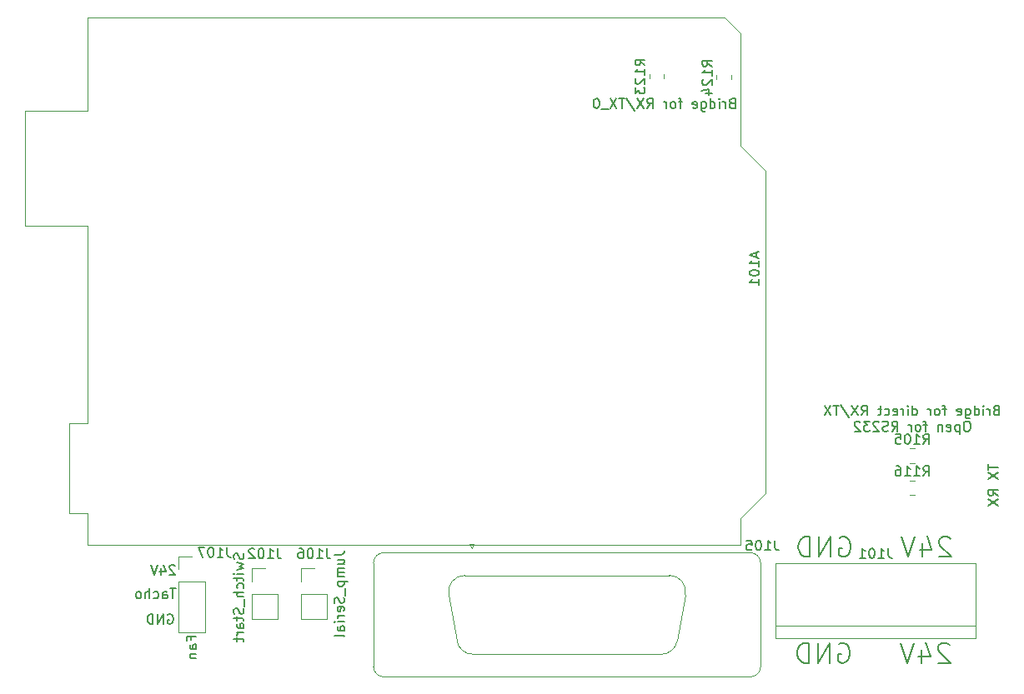
<source format=gbo>
%TF.GenerationSoftware,KiCad,Pcbnew,(5.99.0-11737-gca42f31bb5)*%
%TF.CreationDate,2021-09-24T22:35:00+02:00*%
%TF.ProjectId,Drucksensor,44727563-6b73-4656-9e73-6f722e6b6963,rev?*%
%TF.SameCoordinates,Original*%
%TF.FileFunction,Legend,Bot*%
%TF.FilePolarity,Positive*%
%FSLAX46Y46*%
G04 Gerber Fmt 4.6, Leading zero omitted, Abs format (unit mm)*
G04 Created by KiCad (PCBNEW (5.99.0-11737-gca42f31bb5)) date 2021-09-24 22:35:00*
%MOMM*%
%LPD*%
G01*
G04 APERTURE LIST*
%ADD10C,0.150000*%
%ADD11C,0.120000*%
G04 APERTURE END LIST*
D10*
X72528571Y-80938095D02*
X72528571Y-80604761D01*
X73052380Y-80604761D02*
X72052380Y-80604761D01*
X72052380Y-81080952D01*
X73052380Y-81890476D02*
X72528571Y-81890476D01*
X72433333Y-81842857D01*
X72385714Y-81747619D01*
X72385714Y-81557142D01*
X72433333Y-81461904D01*
X73004761Y-81890476D02*
X73052380Y-81795238D01*
X73052380Y-81557142D01*
X73004761Y-81461904D01*
X72909523Y-81414285D01*
X72814285Y-81414285D01*
X72719047Y-81461904D01*
X72671428Y-81557142D01*
X72671428Y-81795238D01*
X72623809Y-81890476D01*
X72385714Y-82366666D02*
X73052380Y-82366666D01*
X72480952Y-82366666D02*
X72433333Y-82414285D01*
X72385714Y-82509523D01*
X72385714Y-82652380D01*
X72433333Y-82747619D01*
X72528571Y-82795238D01*
X73052380Y-82795238D01*
X70971428Y-75752380D02*
X70400000Y-75752380D01*
X70685714Y-76752380D02*
X70685714Y-75752380D01*
X69638095Y-76752380D02*
X69638095Y-76228571D01*
X69685714Y-76133333D01*
X69780952Y-76085714D01*
X69971428Y-76085714D01*
X70066666Y-76133333D01*
X69638095Y-76704761D02*
X69733333Y-76752380D01*
X69971428Y-76752380D01*
X70066666Y-76704761D01*
X70114285Y-76609523D01*
X70114285Y-76514285D01*
X70066666Y-76419047D01*
X69971428Y-76371428D01*
X69733333Y-76371428D01*
X69638095Y-76323809D01*
X68733333Y-76704761D02*
X68828571Y-76752380D01*
X69019047Y-76752380D01*
X69114285Y-76704761D01*
X69161904Y-76657142D01*
X69209523Y-76561904D01*
X69209523Y-76276190D01*
X69161904Y-76180952D01*
X69114285Y-76133333D01*
X69019047Y-76085714D01*
X68828571Y-76085714D01*
X68733333Y-76133333D01*
X68304761Y-76752380D02*
X68304761Y-75752380D01*
X67876190Y-76752380D02*
X67876190Y-76228571D01*
X67923809Y-76133333D01*
X68019047Y-76085714D01*
X68161904Y-76085714D01*
X68257142Y-76133333D01*
X68304761Y-76180952D01*
X67257142Y-76752380D02*
X67352380Y-76704761D01*
X67400000Y-76657142D01*
X67447619Y-76561904D01*
X67447619Y-76276190D01*
X67400000Y-76180952D01*
X67352380Y-76133333D01*
X67257142Y-76085714D01*
X67114285Y-76085714D01*
X67019047Y-76133333D01*
X66971428Y-76180952D01*
X66923809Y-76276190D01*
X66923809Y-76561904D01*
X66971428Y-76657142D01*
X67019047Y-76704761D01*
X67114285Y-76752380D01*
X67257142Y-76752380D01*
X70890476Y-73447619D02*
X70842857Y-73400000D01*
X70747619Y-73352380D01*
X70509523Y-73352380D01*
X70414285Y-73400000D01*
X70366666Y-73447619D01*
X70319047Y-73542857D01*
X70319047Y-73638095D01*
X70366666Y-73780952D01*
X70938095Y-74352380D01*
X70319047Y-74352380D01*
X69461904Y-73685714D02*
X69461904Y-74352380D01*
X69700000Y-73304761D02*
X69938095Y-74019047D01*
X69319047Y-74019047D01*
X69080952Y-73352380D02*
X68747619Y-74352380D01*
X68414285Y-73352380D01*
X149614285Y-70695238D02*
X149519047Y-70600000D01*
X149328571Y-70504761D01*
X148852380Y-70504761D01*
X148661904Y-70600000D01*
X148566666Y-70695238D01*
X148471428Y-70885714D01*
X148471428Y-71076190D01*
X148566666Y-71361904D01*
X149709523Y-72504761D01*
X148471428Y-72504761D01*
X146757142Y-71171428D02*
X146757142Y-72504761D01*
X147233333Y-70409523D02*
X147709523Y-71838095D01*
X146471428Y-71838095D01*
X145995238Y-70504761D02*
X145328571Y-72504761D01*
X144661904Y-70504761D01*
X138376190Y-70600000D02*
X138566666Y-70504761D01*
X138852380Y-70504761D01*
X139138095Y-70600000D01*
X139328571Y-70790476D01*
X139423809Y-70980952D01*
X139519047Y-71361904D01*
X139519047Y-71647619D01*
X139423809Y-72028571D01*
X139328571Y-72219047D01*
X139138095Y-72409523D01*
X138852380Y-72504761D01*
X138661904Y-72504761D01*
X138376190Y-72409523D01*
X138280952Y-72314285D01*
X138280952Y-71647619D01*
X138661904Y-71647619D01*
X137423809Y-72504761D02*
X137423809Y-70504761D01*
X136280952Y-72504761D01*
X136280952Y-70504761D01*
X135328571Y-72504761D02*
X135328571Y-70504761D01*
X134852380Y-70504761D01*
X134566666Y-70600000D01*
X134376190Y-70790476D01*
X134280952Y-70980952D01*
X134185714Y-71361904D01*
X134185714Y-71647619D01*
X134280952Y-72028571D01*
X134376190Y-72219047D01*
X134566666Y-72409523D01*
X134852380Y-72504761D01*
X135328571Y-72504761D01*
X149514285Y-81495238D02*
X149419047Y-81400000D01*
X149228571Y-81304761D01*
X148752380Y-81304761D01*
X148561904Y-81400000D01*
X148466666Y-81495238D01*
X148371428Y-81685714D01*
X148371428Y-81876190D01*
X148466666Y-82161904D01*
X149609523Y-83304761D01*
X148371428Y-83304761D01*
X146657142Y-81971428D02*
X146657142Y-83304761D01*
X147133333Y-81209523D02*
X147609523Y-82638095D01*
X146371428Y-82638095D01*
X145895238Y-81304761D02*
X145228571Y-83304761D01*
X144561904Y-81304761D01*
X138276190Y-81400000D02*
X138466666Y-81304761D01*
X138752380Y-81304761D01*
X139038095Y-81400000D01*
X139228571Y-81590476D01*
X139323809Y-81780952D01*
X139419047Y-82161904D01*
X139419047Y-82447619D01*
X139323809Y-82828571D01*
X139228571Y-83019047D01*
X139038095Y-83209523D01*
X138752380Y-83304761D01*
X138561904Y-83304761D01*
X138276190Y-83209523D01*
X138180952Y-83114285D01*
X138180952Y-82447619D01*
X138561904Y-82447619D01*
X137323809Y-83304761D02*
X137323809Y-81304761D01*
X136180952Y-83304761D01*
X136180952Y-81304761D01*
X135228571Y-83304761D02*
X135228571Y-81304761D01*
X134752380Y-81304761D01*
X134466666Y-81400000D01*
X134276190Y-81590476D01*
X134180952Y-81780952D01*
X134085714Y-82161904D01*
X134085714Y-82447619D01*
X134180952Y-82828571D01*
X134276190Y-83019047D01*
X134466666Y-83209523D01*
X134752380Y-83304761D01*
X135228571Y-83304761D01*
X127433333Y-26428571D02*
X127290476Y-26476190D01*
X127242857Y-26523809D01*
X127195238Y-26619047D01*
X127195238Y-26761904D01*
X127242857Y-26857142D01*
X127290476Y-26904761D01*
X127385714Y-26952380D01*
X127766666Y-26952380D01*
X127766666Y-25952380D01*
X127433333Y-25952380D01*
X127338095Y-26000000D01*
X127290476Y-26047619D01*
X127242857Y-26142857D01*
X127242857Y-26238095D01*
X127290476Y-26333333D01*
X127338095Y-26380952D01*
X127433333Y-26428571D01*
X127766666Y-26428571D01*
X126766666Y-26952380D02*
X126766666Y-26285714D01*
X126766666Y-26476190D02*
X126719047Y-26380952D01*
X126671428Y-26333333D01*
X126576190Y-26285714D01*
X126480952Y-26285714D01*
X126147619Y-26952380D02*
X126147619Y-26285714D01*
X126147619Y-25952380D02*
X126195238Y-26000000D01*
X126147619Y-26047619D01*
X126100000Y-26000000D01*
X126147619Y-25952380D01*
X126147619Y-26047619D01*
X125242857Y-26952380D02*
X125242857Y-25952380D01*
X125242857Y-26904761D02*
X125338095Y-26952380D01*
X125528571Y-26952380D01*
X125623809Y-26904761D01*
X125671428Y-26857142D01*
X125719047Y-26761904D01*
X125719047Y-26476190D01*
X125671428Y-26380952D01*
X125623809Y-26333333D01*
X125528571Y-26285714D01*
X125338095Y-26285714D01*
X125242857Y-26333333D01*
X124338095Y-26285714D02*
X124338095Y-27095238D01*
X124385714Y-27190476D01*
X124433333Y-27238095D01*
X124528571Y-27285714D01*
X124671428Y-27285714D01*
X124766666Y-27238095D01*
X124338095Y-26904761D02*
X124433333Y-26952380D01*
X124623809Y-26952380D01*
X124719047Y-26904761D01*
X124766666Y-26857142D01*
X124814285Y-26761904D01*
X124814285Y-26476190D01*
X124766666Y-26380952D01*
X124719047Y-26333333D01*
X124623809Y-26285714D01*
X124433333Y-26285714D01*
X124338095Y-26333333D01*
X123480952Y-26904761D02*
X123576190Y-26952380D01*
X123766666Y-26952380D01*
X123861904Y-26904761D01*
X123909523Y-26809523D01*
X123909523Y-26428571D01*
X123861904Y-26333333D01*
X123766666Y-26285714D01*
X123576190Y-26285714D01*
X123480952Y-26333333D01*
X123433333Y-26428571D01*
X123433333Y-26523809D01*
X123909523Y-26619047D01*
X122385714Y-26285714D02*
X122004761Y-26285714D01*
X122242857Y-26952380D02*
X122242857Y-26095238D01*
X122195238Y-26000000D01*
X122100000Y-25952380D01*
X122004761Y-25952380D01*
X121528571Y-26952380D02*
X121623809Y-26904761D01*
X121671428Y-26857142D01*
X121719047Y-26761904D01*
X121719047Y-26476190D01*
X121671428Y-26380952D01*
X121623809Y-26333333D01*
X121528571Y-26285714D01*
X121385714Y-26285714D01*
X121290476Y-26333333D01*
X121242857Y-26380952D01*
X121195238Y-26476190D01*
X121195238Y-26761904D01*
X121242857Y-26857142D01*
X121290476Y-26904761D01*
X121385714Y-26952380D01*
X121528571Y-26952380D01*
X120766666Y-26952380D02*
X120766666Y-26285714D01*
X120766666Y-26476190D02*
X120719047Y-26380952D01*
X120671428Y-26333333D01*
X120576190Y-26285714D01*
X120480952Y-26285714D01*
X118814285Y-26952380D02*
X119147619Y-26476190D01*
X119385714Y-26952380D02*
X119385714Y-25952380D01*
X119004761Y-25952380D01*
X118909523Y-26000000D01*
X118861904Y-26047619D01*
X118814285Y-26142857D01*
X118814285Y-26285714D01*
X118861904Y-26380952D01*
X118909523Y-26428571D01*
X119004761Y-26476190D01*
X119385714Y-26476190D01*
X118480952Y-25952380D02*
X117814285Y-26952380D01*
X117814285Y-25952380D02*
X118480952Y-26952380D01*
X116719047Y-25904761D02*
X117576190Y-27190476D01*
X116528571Y-25952380D02*
X115957142Y-25952380D01*
X116242857Y-26952380D02*
X116242857Y-25952380D01*
X115719047Y-25952380D02*
X115052380Y-26952380D01*
X115052380Y-25952380D02*
X115719047Y-26952380D01*
X114909523Y-27047619D02*
X114147619Y-27047619D01*
X113719047Y-25952380D02*
X113623809Y-25952380D01*
X113528571Y-26000000D01*
X113480952Y-26047619D01*
X113433333Y-26142857D01*
X113385714Y-26333333D01*
X113385714Y-26571428D01*
X113433333Y-26761904D01*
X113480952Y-26857142D01*
X113528571Y-26904761D01*
X113623809Y-26952380D01*
X113719047Y-26952380D01*
X113814285Y-26904761D01*
X113861904Y-26857142D01*
X113909523Y-26761904D01*
X113957142Y-26571428D01*
X113957142Y-26333333D01*
X113909523Y-26142857D01*
X113861904Y-26047619D01*
X113814285Y-26000000D01*
X113719047Y-25952380D01*
X153452380Y-63130952D02*
X153452380Y-63702380D01*
X154452380Y-63416666D02*
X153452380Y-63416666D01*
X153452380Y-63940476D02*
X154452380Y-64607142D01*
X153452380Y-64607142D02*
X154452380Y-63940476D01*
X154452380Y-66321428D02*
X153976190Y-65988095D01*
X154452380Y-65750000D02*
X153452380Y-65750000D01*
X153452380Y-66130952D01*
X153500000Y-66226190D01*
X153547619Y-66273809D01*
X153642857Y-66321428D01*
X153785714Y-66321428D01*
X153880952Y-66273809D01*
X153928571Y-66226190D01*
X153976190Y-66130952D01*
X153976190Y-65750000D01*
X153452380Y-66654761D02*
X154452380Y-67321428D01*
X153452380Y-67321428D02*
X154452380Y-66654761D01*
X70161904Y-78400000D02*
X70257142Y-78352380D01*
X70400000Y-78352380D01*
X70542857Y-78400000D01*
X70638095Y-78495238D01*
X70685714Y-78590476D01*
X70733333Y-78780952D01*
X70733333Y-78923809D01*
X70685714Y-79114285D01*
X70638095Y-79209523D01*
X70542857Y-79304761D01*
X70400000Y-79352380D01*
X70304761Y-79352380D01*
X70161904Y-79304761D01*
X70114285Y-79257142D01*
X70114285Y-78923809D01*
X70304761Y-78923809D01*
X69685714Y-79352380D02*
X69685714Y-78352380D01*
X69114285Y-79352380D01*
X69114285Y-78352380D01*
X68638095Y-79352380D02*
X68638095Y-78352380D01*
X68400000Y-78352380D01*
X68257142Y-78400000D01*
X68161904Y-78495238D01*
X68114285Y-78590476D01*
X68066666Y-78780952D01*
X68066666Y-78923809D01*
X68114285Y-79114285D01*
X68161904Y-79209523D01*
X68257142Y-79304761D01*
X68400000Y-79352380D01*
X68638095Y-79352380D01*
X77804761Y-72195238D02*
X77852380Y-72338095D01*
X77852380Y-72576190D01*
X77804761Y-72671428D01*
X77757142Y-72719047D01*
X77661904Y-72766666D01*
X77566666Y-72766666D01*
X77471428Y-72719047D01*
X77423809Y-72671428D01*
X77376190Y-72576190D01*
X77328571Y-72385714D01*
X77280952Y-72290476D01*
X77233333Y-72242857D01*
X77138095Y-72195238D01*
X77042857Y-72195238D01*
X76947619Y-72242857D01*
X76900000Y-72290476D01*
X76852380Y-72385714D01*
X76852380Y-72623809D01*
X76900000Y-72766666D01*
X77185714Y-73100000D02*
X77852380Y-73290476D01*
X77376190Y-73480952D01*
X77852380Y-73671428D01*
X77185714Y-73861904D01*
X77852380Y-74242857D02*
X77185714Y-74242857D01*
X76852380Y-74242857D02*
X76900000Y-74195238D01*
X76947619Y-74242857D01*
X76900000Y-74290476D01*
X76852380Y-74242857D01*
X76947619Y-74242857D01*
X77185714Y-74576190D02*
X77185714Y-74957142D01*
X76852380Y-74719047D02*
X77709523Y-74719047D01*
X77804761Y-74766666D01*
X77852380Y-74861904D01*
X77852380Y-74957142D01*
X77804761Y-75719047D02*
X77852380Y-75623809D01*
X77852380Y-75433333D01*
X77804761Y-75338095D01*
X77757142Y-75290476D01*
X77661904Y-75242857D01*
X77376190Y-75242857D01*
X77280952Y-75290476D01*
X77233333Y-75338095D01*
X77185714Y-75433333D01*
X77185714Y-75623809D01*
X77233333Y-75719047D01*
X77852380Y-76147619D02*
X76852380Y-76147619D01*
X77852380Y-76576190D02*
X77328571Y-76576190D01*
X77233333Y-76528571D01*
X77185714Y-76433333D01*
X77185714Y-76290476D01*
X77233333Y-76195238D01*
X77280952Y-76147619D01*
X77947619Y-76814285D02*
X77947619Y-77576190D01*
X77804761Y-77766666D02*
X77852380Y-77909523D01*
X77852380Y-78147619D01*
X77804761Y-78242857D01*
X77757142Y-78290476D01*
X77661904Y-78338095D01*
X77566666Y-78338095D01*
X77471428Y-78290476D01*
X77423809Y-78242857D01*
X77376190Y-78147619D01*
X77328571Y-77957142D01*
X77280952Y-77861904D01*
X77233333Y-77814285D01*
X77138095Y-77766666D01*
X77042857Y-77766666D01*
X76947619Y-77814285D01*
X76900000Y-77861904D01*
X76852380Y-77957142D01*
X76852380Y-78195238D01*
X76900000Y-78338095D01*
X77185714Y-78623809D02*
X77185714Y-79004761D01*
X76852380Y-78766666D02*
X77709523Y-78766666D01*
X77804761Y-78814285D01*
X77852380Y-78909523D01*
X77852380Y-79004761D01*
X77852380Y-79766666D02*
X77328571Y-79766666D01*
X77233333Y-79719047D01*
X77185714Y-79623809D01*
X77185714Y-79433333D01*
X77233333Y-79338095D01*
X77804761Y-79766666D02*
X77852380Y-79671428D01*
X77852380Y-79433333D01*
X77804761Y-79338095D01*
X77709523Y-79290476D01*
X77614285Y-79290476D01*
X77519047Y-79338095D01*
X77471428Y-79433333D01*
X77471428Y-79671428D01*
X77423809Y-79766666D01*
X77852380Y-80242857D02*
X77185714Y-80242857D01*
X77376190Y-80242857D02*
X77280952Y-80290476D01*
X77233333Y-80338095D01*
X77185714Y-80433333D01*
X77185714Y-80528571D01*
X77185714Y-80719047D02*
X77185714Y-81100000D01*
X76852380Y-80861904D02*
X77709523Y-80861904D01*
X77804761Y-80909523D01*
X77852380Y-81004761D01*
X77852380Y-81100000D01*
X87052380Y-72323809D02*
X87766666Y-72323809D01*
X87909523Y-72276190D01*
X88004761Y-72180952D01*
X88052380Y-72038095D01*
X88052380Y-71942857D01*
X87385714Y-73228571D02*
X88052380Y-73228571D01*
X87385714Y-72800000D02*
X87909523Y-72800000D01*
X88004761Y-72847619D01*
X88052380Y-72942857D01*
X88052380Y-73085714D01*
X88004761Y-73180952D01*
X87957142Y-73228571D01*
X88052380Y-73704761D02*
X87385714Y-73704761D01*
X87480952Y-73704761D02*
X87433333Y-73752380D01*
X87385714Y-73847619D01*
X87385714Y-73990476D01*
X87433333Y-74085714D01*
X87528571Y-74133333D01*
X88052380Y-74133333D01*
X87528571Y-74133333D02*
X87433333Y-74180952D01*
X87385714Y-74276190D01*
X87385714Y-74419047D01*
X87433333Y-74514285D01*
X87528571Y-74561904D01*
X88052380Y-74561904D01*
X87385714Y-75038095D02*
X88385714Y-75038095D01*
X87433333Y-75038095D02*
X87385714Y-75133333D01*
X87385714Y-75323809D01*
X87433333Y-75419047D01*
X87480952Y-75466666D01*
X87576190Y-75514285D01*
X87861904Y-75514285D01*
X87957142Y-75466666D01*
X88004761Y-75419047D01*
X88052380Y-75323809D01*
X88052380Y-75133333D01*
X88004761Y-75038095D01*
X88147619Y-75704761D02*
X88147619Y-76466666D01*
X88004761Y-76657142D02*
X88052380Y-76800000D01*
X88052380Y-77038095D01*
X88004761Y-77133333D01*
X87957142Y-77180952D01*
X87861904Y-77228571D01*
X87766666Y-77228571D01*
X87671428Y-77180952D01*
X87623809Y-77133333D01*
X87576190Y-77038095D01*
X87528571Y-76847619D01*
X87480952Y-76752380D01*
X87433333Y-76704761D01*
X87338095Y-76657142D01*
X87242857Y-76657142D01*
X87147619Y-76704761D01*
X87100000Y-76752380D01*
X87052380Y-76847619D01*
X87052380Y-77085714D01*
X87100000Y-77228571D01*
X88004761Y-78038095D02*
X88052380Y-77942857D01*
X88052380Y-77752380D01*
X88004761Y-77657142D01*
X87909523Y-77609523D01*
X87528571Y-77609523D01*
X87433333Y-77657142D01*
X87385714Y-77752380D01*
X87385714Y-77942857D01*
X87433333Y-78038095D01*
X87528571Y-78085714D01*
X87623809Y-78085714D01*
X87719047Y-77609523D01*
X88052380Y-78514285D02*
X87385714Y-78514285D01*
X87576190Y-78514285D02*
X87480952Y-78561904D01*
X87433333Y-78609523D01*
X87385714Y-78704761D01*
X87385714Y-78800000D01*
X88052380Y-79133333D02*
X87385714Y-79133333D01*
X87052380Y-79133333D02*
X87100000Y-79085714D01*
X87147619Y-79133333D01*
X87100000Y-79180952D01*
X87052380Y-79133333D01*
X87147619Y-79133333D01*
X88052380Y-80038095D02*
X87528571Y-80038095D01*
X87433333Y-79990476D01*
X87385714Y-79895238D01*
X87385714Y-79704761D01*
X87433333Y-79609523D01*
X88004761Y-80038095D02*
X88052380Y-79942857D01*
X88052380Y-79704761D01*
X88004761Y-79609523D01*
X87909523Y-79561904D01*
X87814285Y-79561904D01*
X87719047Y-79609523D01*
X87671428Y-79704761D01*
X87671428Y-79942857D01*
X87623809Y-80038095D01*
X88052380Y-80657142D02*
X88004761Y-80561904D01*
X87909523Y-80514285D01*
X87052380Y-80514285D01*
X154250000Y-57623571D02*
X154107142Y-57671190D01*
X154059523Y-57718809D01*
X154011904Y-57814047D01*
X154011904Y-57956904D01*
X154059523Y-58052142D01*
X154107142Y-58099761D01*
X154202380Y-58147380D01*
X154583333Y-58147380D01*
X154583333Y-57147380D01*
X154250000Y-57147380D01*
X154154761Y-57195000D01*
X154107142Y-57242619D01*
X154059523Y-57337857D01*
X154059523Y-57433095D01*
X154107142Y-57528333D01*
X154154761Y-57575952D01*
X154250000Y-57623571D01*
X154583333Y-57623571D01*
X153583333Y-58147380D02*
X153583333Y-57480714D01*
X153583333Y-57671190D02*
X153535714Y-57575952D01*
X153488095Y-57528333D01*
X153392857Y-57480714D01*
X153297619Y-57480714D01*
X152964285Y-58147380D02*
X152964285Y-57480714D01*
X152964285Y-57147380D02*
X153011904Y-57195000D01*
X152964285Y-57242619D01*
X152916666Y-57195000D01*
X152964285Y-57147380D01*
X152964285Y-57242619D01*
X152059523Y-58147380D02*
X152059523Y-57147380D01*
X152059523Y-58099761D02*
X152154761Y-58147380D01*
X152345238Y-58147380D01*
X152440476Y-58099761D01*
X152488095Y-58052142D01*
X152535714Y-57956904D01*
X152535714Y-57671190D01*
X152488095Y-57575952D01*
X152440476Y-57528333D01*
X152345238Y-57480714D01*
X152154761Y-57480714D01*
X152059523Y-57528333D01*
X151154761Y-57480714D02*
X151154761Y-58290238D01*
X151202380Y-58385476D01*
X151250000Y-58433095D01*
X151345238Y-58480714D01*
X151488095Y-58480714D01*
X151583333Y-58433095D01*
X151154761Y-58099761D02*
X151250000Y-58147380D01*
X151440476Y-58147380D01*
X151535714Y-58099761D01*
X151583333Y-58052142D01*
X151630952Y-57956904D01*
X151630952Y-57671190D01*
X151583333Y-57575952D01*
X151535714Y-57528333D01*
X151440476Y-57480714D01*
X151250000Y-57480714D01*
X151154761Y-57528333D01*
X150297619Y-58099761D02*
X150392857Y-58147380D01*
X150583333Y-58147380D01*
X150678571Y-58099761D01*
X150726190Y-58004523D01*
X150726190Y-57623571D01*
X150678571Y-57528333D01*
X150583333Y-57480714D01*
X150392857Y-57480714D01*
X150297619Y-57528333D01*
X150250000Y-57623571D01*
X150250000Y-57718809D01*
X150726190Y-57814047D01*
X149202380Y-57480714D02*
X148821428Y-57480714D01*
X149059523Y-58147380D02*
X149059523Y-57290238D01*
X149011904Y-57195000D01*
X148916666Y-57147380D01*
X148821428Y-57147380D01*
X148345238Y-58147380D02*
X148440476Y-58099761D01*
X148488095Y-58052142D01*
X148535714Y-57956904D01*
X148535714Y-57671190D01*
X148488095Y-57575952D01*
X148440476Y-57528333D01*
X148345238Y-57480714D01*
X148202380Y-57480714D01*
X148107142Y-57528333D01*
X148059523Y-57575952D01*
X148011904Y-57671190D01*
X148011904Y-57956904D01*
X148059523Y-58052142D01*
X148107142Y-58099761D01*
X148202380Y-58147380D01*
X148345238Y-58147380D01*
X147583333Y-58147380D02*
X147583333Y-57480714D01*
X147583333Y-57671190D02*
X147535714Y-57575952D01*
X147488095Y-57528333D01*
X147392857Y-57480714D01*
X147297619Y-57480714D01*
X145773809Y-58147380D02*
X145773809Y-57147380D01*
X145773809Y-58099761D02*
X145869047Y-58147380D01*
X146059523Y-58147380D01*
X146154761Y-58099761D01*
X146202380Y-58052142D01*
X146250000Y-57956904D01*
X146250000Y-57671190D01*
X146202380Y-57575952D01*
X146154761Y-57528333D01*
X146059523Y-57480714D01*
X145869047Y-57480714D01*
X145773809Y-57528333D01*
X145297619Y-58147380D02*
X145297619Y-57480714D01*
X145297619Y-57147380D02*
X145345238Y-57195000D01*
X145297619Y-57242619D01*
X145250000Y-57195000D01*
X145297619Y-57147380D01*
X145297619Y-57242619D01*
X144821428Y-58147380D02*
X144821428Y-57480714D01*
X144821428Y-57671190D02*
X144773809Y-57575952D01*
X144726190Y-57528333D01*
X144630952Y-57480714D01*
X144535714Y-57480714D01*
X143821428Y-58099761D02*
X143916666Y-58147380D01*
X144107142Y-58147380D01*
X144202380Y-58099761D01*
X144250000Y-58004523D01*
X144250000Y-57623571D01*
X144202380Y-57528333D01*
X144107142Y-57480714D01*
X143916666Y-57480714D01*
X143821428Y-57528333D01*
X143773809Y-57623571D01*
X143773809Y-57718809D01*
X144250000Y-57814047D01*
X142916666Y-58099761D02*
X143011904Y-58147380D01*
X143202380Y-58147380D01*
X143297619Y-58099761D01*
X143345238Y-58052142D01*
X143392857Y-57956904D01*
X143392857Y-57671190D01*
X143345238Y-57575952D01*
X143297619Y-57528333D01*
X143202380Y-57480714D01*
X143011904Y-57480714D01*
X142916666Y-57528333D01*
X142630952Y-57480714D02*
X142250000Y-57480714D01*
X142488095Y-57147380D02*
X142488095Y-58004523D01*
X142440476Y-58099761D01*
X142345238Y-58147380D01*
X142250000Y-58147380D01*
X140583333Y-58147380D02*
X140916666Y-57671190D01*
X141154761Y-58147380D02*
X141154761Y-57147380D01*
X140773809Y-57147380D01*
X140678571Y-57195000D01*
X140630952Y-57242619D01*
X140583333Y-57337857D01*
X140583333Y-57480714D01*
X140630952Y-57575952D01*
X140678571Y-57623571D01*
X140773809Y-57671190D01*
X141154761Y-57671190D01*
X140250000Y-57147380D02*
X139583333Y-58147380D01*
X139583333Y-57147380D02*
X140250000Y-58147380D01*
X138488095Y-57099761D02*
X139345238Y-58385476D01*
X138297619Y-57147380D02*
X137726190Y-57147380D01*
X138011904Y-58147380D02*
X138011904Y-57147380D01*
X137488095Y-57147380D02*
X136821428Y-58147380D01*
X136821428Y-57147380D02*
X137488095Y-58147380D01*
X151392857Y-58757380D02*
X151202380Y-58757380D01*
X151107142Y-58805000D01*
X151011904Y-58900238D01*
X150964285Y-59090714D01*
X150964285Y-59424047D01*
X151011904Y-59614523D01*
X151107142Y-59709761D01*
X151202380Y-59757380D01*
X151392857Y-59757380D01*
X151488095Y-59709761D01*
X151583333Y-59614523D01*
X151630952Y-59424047D01*
X151630952Y-59090714D01*
X151583333Y-58900238D01*
X151488095Y-58805000D01*
X151392857Y-58757380D01*
X150535714Y-59090714D02*
X150535714Y-60090714D01*
X150535714Y-59138333D02*
X150440476Y-59090714D01*
X150250000Y-59090714D01*
X150154761Y-59138333D01*
X150107142Y-59185952D01*
X150059523Y-59281190D01*
X150059523Y-59566904D01*
X150107142Y-59662142D01*
X150154761Y-59709761D01*
X150250000Y-59757380D01*
X150440476Y-59757380D01*
X150535714Y-59709761D01*
X149250000Y-59709761D02*
X149345238Y-59757380D01*
X149535714Y-59757380D01*
X149630952Y-59709761D01*
X149678571Y-59614523D01*
X149678571Y-59233571D01*
X149630952Y-59138333D01*
X149535714Y-59090714D01*
X149345238Y-59090714D01*
X149250000Y-59138333D01*
X149202380Y-59233571D01*
X149202380Y-59328809D01*
X149678571Y-59424047D01*
X148773809Y-59090714D02*
X148773809Y-59757380D01*
X148773809Y-59185952D02*
X148726190Y-59138333D01*
X148630952Y-59090714D01*
X148488095Y-59090714D01*
X148392857Y-59138333D01*
X148345238Y-59233571D01*
X148345238Y-59757380D01*
X147250000Y-59090714D02*
X146869047Y-59090714D01*
X147107142Y-59757380D02*
X147107142Y-58900238D01*
X147059523Y-58805000D01*
X146964285Y-58757380D01*
X146869047Y-58757380D01*
X146392857Y-59757380D02*
X146488095Y-59709761D01*
X146535714Y-59662142D01*
X146583333Y-59566904D01*
X146583333Y-59281190D01*
X146535714Y-59185952D01*
X146488095Y-59138333D01*
X146392857Y-59090714D01*
X146250000Y-59090714D01*
X146154761Y-59138333D01*
X146107142Y-59185952D01*
X146059523Y-59281190D01*
X146059523Y-59566904D01*
X146107142Y-59662142D01*
X146154761Y-59709761D01*
X146250000Y-59757380D01*
X146392857Y-59757380D01*
X145630952Y-59757380D02*
X145630952Y-59090714D01*
X145630952Y-59281190D02*
X145583333Y-59185952D01*
X145535714Y-59138333D01*
X145440476Y-59090714D01*
X145345238Y-59090714D01*
X143678571Y-59757380D02*
X144011904Y-59281190D01*
X144250000Y-59757380D02*
X144250000Y-58757380D01*
X143869047Y-58757380D01*
X143773809Y-58805000D01*
X143726190Y-58852619D01*
X143678571Y-58947857D01*
X143678571Y-59090714D01*
X143726190Y-59185952D01*
X143773809Y-59233571D01*
X143869047Y-59281190D01*
X144250000Y-59281190D01*
X143297619Y-59709761D02*
X143154761Y-59757380D01*
X142916666Y-59757380D01*
X142821428Y-59709761D01*
X142773809Y-59662142D01*
X142726190Y-59566904D01*
X142726190Y-59471666D01*
X142773809Y-59376428D01*
X142821428Y-59328809D01*
X142916666Y-59281190D01*
X143107142Y-59233571D01*
X143202380Y-59185952D01*
X143250000Y-59138333D01*
X143297619Y-59043095D01*
X143297619Y-58947857D01*
X143250000Y-58852619D01*
X143202380Y-58805000D01*
X143107142Y-58757380D01*
X142869047Y-58757380D01*
X142726190Y-58805000D01*
X142345238Y-58852619D02*
X142297619Y-58805000D01*
X142202380Y-58757380D01*
X141964285Y-58757380D01*
X141869047Y-58805000D01*
X141821428Y-58852619D01*
X141773809Y-58947857D01*
X141773809Y-59043095D01*
X141821428Y-59185952D01*
X142392857Y-59757380D01*
X141773809Y-59757380D01*
X141440476Y-58757380D02*
X140821428Y-58757380D01*
X141154761Y-59138333D01*
X141011904Y-59138333D01*
X140916666Y-59185952D01*
X140869047Y-59233571D01*
X140821428Y-59328809D01*
X140821428Y-59566904D01*
X140869047Y-59662142D01*
X140916666Y-59709761D01*
X141011904Y-59757380D01*
X141297619Y-59757380D01*
X141392857Y-59709761D01*
X141440476Y-59662142D01*
X140440476Y-58852619D02*
X140392857Y-58805000D01*
X140297619Y-58757380D01*
X140059523Y-58757380D01*
X139964285Y-58805000D01*
X139916666Y-58852619D01*
X139869047Y-58947857D01*
X139869047Y-59043095D01*
X139916666Y-59185952D01*
X140488095Y-59757380D01*
X139869047Y-59757380D01*
%TO.C,J106*%
X86285714Y-71682380D02*
X86285714Y-72396666D01*
X86333333Y-72539523D01*
X86428571Y-72634761D01*
X86571428Y-72682380D01*
X86666666Y-72682380D01*
X85285714Y-72682380D02*
X85857142Y-72682380D01*
X85571428Y-72682380D02*
X85571428Y-71682380D01*
X85666666Y-71825238D01*
X85761904Y-71920476D01*
X85857142Y-71968095D01*
X84666666Y-71682380D02*
X84571428Y-71682380D01*
X84476190Y-71730000D01*
X84428571Y-71777619D01*
X84380952Y-71872857D01*
X84333333Y-72063333D01*
X84333333Y-72301428D01*
X84380952Y-72491904D01*
X84428571Y-72587142D01*
X84476190Y-72634761D01*
X84571428Y-72682380D01*
X84666666Y-72682380D01*
X84761904Y-72634761D01*
X84809523Y-72587142D01*
X84857142Y-72491904D01*
X84904761Y-72301428D01*
X84904761Y-72063333D01*
X84857142Y-71872857D01*
X84809523Y-71777619D01*
X84761904Y-71730000D01*
X84666666Y-71682380D01*
X83476190Y-71682380D02*
X83666666Y-71682380D01*
X83761904Y-71730000D01*
X83809523Y-71777619D01*
X83904761Y-71920476D01*
X83952380Y-72110952D01*
X83952380Y-72491904D01*
X83904761Y-72587142D01*
X83857142Y-72634761D01*
X83761904Y-72682380D01*
X83571428Y-72682380D01*
X83476190Y-72634761D01*
X83428571Y-72587142D01*
X83380952Y-72491904D01*
X83380952Y-72253809D01*
X83428571Y-72158571D01*
X83476190Y-72110952D01*
X83571428Y-72063333D01*
X83761904Y-72063333D01*
X83857142Y-72110952D01*
X83904761Y-72158571D01*
X83952380Y-72253809D01*
%TO.C,J105*%
X131785714Y-70852380D02*
X131785714Y-71566666D01*
X131833333Y-71709523D01*
X131928571Y-71804761D01*
X132071428Y-71852380D01*
X132166666Y-71852380D01*
X130785714Y-71852380D02*
X131357142Y-71852380D01*
X131071428Y-71852380D02*
X131071428Y-70852380D01*
X131166666Y-70995238D01*
X131261904Y-71090476D01*
X131357142Y-71138095D01*
X130166666Y-70852380D02*
X130071428Y-70852380D01*
X129976190Y-70900000D01*
X129928571Y-70947619D01*
X129880952Y-71042857D01*
X129833333Y-71233333D01*
X129833333Y-71471428D01*
X129880952Y-71661904D01*
X129928571Y-71757142D01*
X129976190Y-71804761D01*
X130071428Y-71852380D01*
X130166666Y-71852380D01*
X130261904Y-71804761D01*
X130309523Y-71757142D01*
X130357142Y-71661904D01*
X130404761Y-71471428D01*
X130404761Y-71233333D01*
X130357142Y-71042857D01*
X130309523Y-70947619D01*
X130261904Y-70900000D01*
X130166666Y-70852380D01*
X128928571Y-70852380D02*
X129404761Y-70852380D01*
X129452380Y-71328571D01*
X129404761Y-71280952D01*
X129309523Y-71233333D01*
X129071428Y-71233333D01*
X128976190Y-71280952D01*
X128928571Y-71328571D01*
X128880952Y-71423809D01*
X128880952Y-71661904D01*
X128928571Y-71757142D01*
X128976190Y-71804761D01*
X129071428Y-71852380D01*
X129309523Y-71852380D01*
X129404761Y-71804761D01*
X129452380Y-71757142D01*
%TO.C,J107*%
X76185714Y-71552380D02*
X76185714Y-72266666D01*
X76233333Y-72409523D01*
X76328571Y-72504761D01*
X76471428Y-72552380D01*
X76566666Y-72552380D01*
X75185714Y-72552380D02*
X75757142Y-72552380D01*
X75471428Y-72552380D02*
X75471428Y-71552380D01*
X75566666Y-71695238D01*
X75661904Y-71790476D01*
X75757142Y-71838095D01*
X74566666Y-71552380D02*
X74471428Y-71552380D01*
X74376190Y-71600000D01*
X74328571Y-71647619D01*
X74280952Y-71742857D01*
X74233333Y-71933333D01*
X74233333Y-72171428D01*
X74280952Y-72361904D01*
X74328571Y-72457142D01*
X74376190Y-72504761D01*
X74471428Y-72552380D01*
X74566666Y-72552380D01*
X74661904Y-72504761D01*
X74709523Y-72457142D01*
X74757142Y-72361904D01*
X74804761Y-72171428D01*
X74804761Y-71933333D01*
X74757142Y-71742857D01*
X74709523Y-71647619D01*
X74661904Y-71600000D01*
X74566666Y-71552380D01*
X73900000Y-71552380D02*
X73233333Y-71552380D01*
X73661904Y-72552380D01*
%TO.C,J102*%
X81285714Y-71682380D02*
X81285714Y-72396666D01*
X81333333Y-72539523D01*
X81428571Y-72634761D01*
X81571428Y-72682380D01*
X81666666Y-72682380D01*
X80285714Y-72682380D02*
X80857142Y-72682380D01*
X80571428Y-72682380D02*
X80571428Y-71682380D01*
X80666666Y-71825238D01*
X80761904Y-71920476D01*
X80857142Y-71968095D01*
X79666666Y-71682380D02*
X79571428Y-71682380D01*
X79476190Y-71730000D01*
X79428571Y-71777619D01*
X79380952Y-71872857D01*
X79333333Y-72063333D01*
X79333333Y-72301428D01*
X79380952Y-72491904D01*
X79428571Y-72587142D01*
X79476190Y-72634761D01*
X79571428Y-72682380D01*
X79666666Y-72682380D01*
X79761904Y-72634761D01*
X79809523Y-72587142D01*
X79857142Y-72491904D01*
X79904761Y-72301428D01*
X79904761Y-72063333D01*
X79857142Y-71872857D01*
X79809523Y-71777619D01*
X79761904Y-71730000D01*
X79666666Y-71682380D01*
X78952380Y-71777619D02*
X78904761Y-71730000D01*
X78809523Y-71682380D01*
X78571428Y-71682380D01*
X78476190Y-71730000D01*
X78428571Y-71777619D01*
X78380952Y-71872857D01*
X78380952Y-71968095D01*
X78428571Y-72110952D01*
X79000000Y-72682380D01*
X78380952Y-72682380D01*
%TO.C,R123*%
X118602380Y-22580952D02*
X118126190Y-22247619D01*
X118602380Y-22009523D02*
X117602380Y-22009523D01*
X117602380Y-22390476D01*
X117650000Y-22485714D01*
X117697619Y-22533333D01*
X117792857Y-22580952D01*
X117935714Y-22580952D01*
X118030952Y-22533333D01*
X118078571Y-22485714D01*
X118126190Y-22390476D01*
X118126190Y-22009523D01*
X118602380Y-23533333D02*
X118602380Y-22961904D01*
X118602380Y-23247619D02*
X117602380Y-23247619D01*
X117745238Y-23152380D01*
X117840476Y-23057142D01*
X117888095Y-22961904D01*
X117697619Y-23914285D02*
X117650000Y-23961904D01*
X117602380Y-24057142D01*
X117602380Y-24295238D01*
X117650000Y-24390476D01*
X117697619Y-24438095D01*
X117792857Y-24485714D01*
X117888095Y-24485714D01*
X118030952Y-24438095D01*
X118602380Y-23866666D01*
X118602380Y-24485714D01*
X117602380Y-24819047D02*
X117602380Y-25438095D01*
X117983333Y-25104761D01*
X117983333Y-25247619D01*
X118030952Y-25342857D01*
X118078571Y-25390476D01*
X118173809Y-25438095D01*
X118411904Y-25438095D01*
X118507142Y-25390476D01*
X118554761Y-25342857D01*
X118602380Y-25247619D01*
X118602380Y-24961904D01*
X118554761Y-24866666D01*
X118507142Y-24819047D01*
%TO.C,R116*%
X146869047Y-64302380D02*
X147202380Y-63826190D01*
X147440476Y-64302380D02*
X147440476Y-63302380D01*
X147059523Y-63302380D01*
X146964285Y-63350000D01*
X146916666Y-63397619D01*
X146869047Y-63492857D01*
X146869047Y-63635714D01*
X146916666Y-63730952D01*
X146964285Y-63778571D01*
X147059523Y-63826190D01*
X147440476Y-63826190D01*
X145916666Y-64302380D02*
X146488095Y-64302380D01*
X146202380Y-64302380D02*
X146202380Y-63302380D01*
X146297619Y-63445238D01*
X146392857Y-63540476D01*
X146488095Y-63588095D01*
X144964285Y-64302380D02*
X145535714Y-64302380D01*
X145250000Y-64302380D02*
X145250000Y-63302380D01*
X145345238Y-63445238D01*
X145440476Y-63540476D01*
X145535714Y-63588095D01*
X144107142Y-63302380D02*
X144297619Y-63302380D01*
X144392857Y-63350000D01*
X144440476Y-63397619D01*
X144535714Y-63540476D01*
X144583333Y-63730952D01*
X144583333Y-64111904D01*
X144535714Y-64207142D01*
X144488095Y-64254761D01*
X144392857Y-64302380D01*
X144202380Y-64302380D01*
X144107142Y-64254761D01*
X144059523Y-64207142D01*
X144011904Y-64111904D01*
X144011904Y-63873809D01*
X144059523Y-63778571D01*
X144107142Y-63730952D01*
X144202380Y-63683333D01*
X144392857Y-63683333D01*
X144488095Y-63730952D01*
X144535714Y-63778571D01*
X144583333Y-63873809D01*
%TO.C,R124*%
X125402380Y-22680952D02*
X124926190Y-22347619D01*
X125402380Y-22109523D02*
X124402380Y-22109523D01*
X124402380Y-22490476D01*
X124450000Y-22585714D01*
X124497619Y-22633333D01*
X124592857Y-22680952D01*
X124735714Y-22680952D01*
X124830952Y-22633333D01*
X124878571Y-22585714D01*
X124926190Y-22490476D01*
X124926190Y-22109523D01*
X125402380Y-23633333D02*
X125402380Y-23061904D01*
X125402380Y-23347619D02*
X124402380Y-23347619D01*
X124545238Y-23252380D01*
X124640476Y-23157142D01*
X124688095Y-23061904D01*
X124497619Y-24014285D02*
X124450000Y-24061904D01*
X124402380Y-24157142D01*
X124402380Y-24395238D01*
X124450000Y-24490476D01*
X124497619Y-24538095D01*
X124592857Y-24585714D01*
X124688095Y-24585714D01*
X124830952Y-24538095D01*
X125402380Y-23966666D01*
X125402380Y-24585714D01*
X124735714Y-25442857D02*
X125402380Y-25442857D01*
X124354761Y-25204761D02*
X125069047Y-24966666D01*
X125069047Y-25585714D01*
%TO.C,A101*%
X129916666Y-41583333D02*
X129916666Y-42059523D01*
X130202380Y-41488095D02*
X129202380Y-41821428D01*
X130202380Y-42154761D01*
X130202380Y-43011904D02*
X130202380Y-42440476D01*
X130202380Y-42726190D02*
X129202380Y-42726190D01*
X129345238Y-42630952D01*
X129440476Y-42535714D01*
X129488095Y-42440476D01*
X129202380Y-43630952D02*
X129202380Y-43726190D01*
X129250000Y-43821428D01*
X129297619Y-43869047D01*
X129392857Y-43916666D01*
X129583333Y-43964285D01*
X129821428Y-43964285D01*
X130011904Y-43916666D01*
X130107142Y-43869047D01*
X130154761Y-43821428D01*
X130202380Y-43726190D01*
X130202380Y-43630952D01*
X130154761Y-43535714D01*
X130107142Y-43488095D01*
X130011904Y-43440476D01*
X129821428Y-43392857D01*
X129583333Y-43392857D01*
X129392857Y-43440476D01*
X129297619Y-43488095D01*
X129250000Y-43535714D01*
X129202380Y-43630952D01*
X130202380Y-44916666D02*
X130202380Y-44345238D01*
X130202380Y-44630952D02*
X129202380Y-44630952D01*
X129345238Y-44535714D01*
X129440476Y-44440476D01*
X129488095Y-44345238D01*
%TO.C,R105*%
X146869047Y-61052380D02*
X147202380Y-60576190D01*
X147440476Y-61052380D02*
X147440476Y-60052380D01*
X147059523Y-60052380D01*
X146964285Y-60100000D01*
X146916666Y-60147619D01*
X146869047Y-60242857D01*
X146869047Y-60385714D01*
X146916666Y-60480952D01*
X146964285Y-60528571D01*
X147059523Y-60576190D01*
X147440476Y-60576190D01*
X145916666Y-61052380D02*
X146488095Y-61052380D01*
X146202380Y-61052380D02*
X146202380Y-60052380D01*
X146297619Y-60195238D01*
X146392857Y-60290476D01*
X146488095Y-60338095D01*
X145297619Y-60052380D02*
X145202380Y-60052380D01*
X145107142Y-60100000D01*
X145059523Y-60147619D01*
X145011904Y-60242857D01*
X144964285Y-60433333D01*
X144964285Y-60671428D01*
X145011904Y-60861904D01*
X145059523Y-60957142D01*
X145107142Y-61004761D01*
X145202380Y-61052380D01*
X145297619Y-61052380D01*
X145392857Y-61004761D01*
X145440476Y-60957142D01*
X145488095Y-60861904D01*
X145535714Y-60671428D01*
X145535714Y-60433333D01*
X145488095Y-60242857D01*
X145440476Y-60147619D01*
X145392857Y-60100000D01*
X145297619Y-60052380D01*
X144059523Y-60052380D02*
X144535714Y-60052380D01*
X144583333Y-60528571D01*
X144535714Y-60480952D01*
X144440476Y-60433333D01*
X144202380Y-60433333D01*
X144107142Y-60480952D01*
X144059523Y-60528571D01*
X144011904Y-60623809D01*
X144011904Y-60861904D01*
X144059523Y-60957142D01*
X144107142Y-61004761D01*
X144202380Y-61052380D01*
X144440476Y-61052380D01*
X144535714Y-61004761D01*
X144583333Y-60957142D01*
%TO.C,J101*%
X143305714Y-71652380D02*
X143305714Y-72366666D01*
X143353333Y-72509523D01*
X143448571Y-72604761D01*
X143591428Y-72652380D01*
X143686666Y-72652380D01*
X142305714Y-72652380D02*
X142877142Y-72652380D01*
X142591428Y-72652380D02*
X142591428Y-71652380D01*
X142686666Y-71795238D01*
X142781904Y-71890476D01*
X142877142Y-71938095D01*
X141686666Y-71652380D02*
X141591428Y-71652380D01*
X141496190Y-71700000D01*
X141448571Y-71747619D01*
X141400952Y-71842857D01*
X141353333Y-72033333D01*
X141353333Y-72271428D01*
X141400952Y-72461904D01*
X141448571Y-72557142D01*
X141496190Y-72604761D01*
X141591428Y-72652380D01*
X141686666Y-72652380D01*
X141781904Y-72604761D01*
X141829523Y-72557142D01*
X141877142Y-72461904D01*
X141924761Y-72271428D01*
X141924761Y-72033333D01*
X141877142Y-71842857D01*
X141829523Y-71747619D01*
X141781904Y-71700000D01*
X141686666Y-71652380D01*
X140400952Y-72652380D02*
X140972380Y-72652380D01*
X140686666Y-72652380D02*
X140686666Y-71652380D01*
X140781904Y-71795238D01*
X140877142Y-71890476D01*
X140972380Y-71938095D01*
D11*
%TO.C,J106*%
X83670000Y-73670000D02*
X83670000Y-75000000D01*
X86330000Y-78870000D02*
X83670000Y-78870000D01*
X86330000Y-76270000D02*
X83670000Y-76270000D01*
X85000000Y-73670000D02*
X83670000Y-73670000D01*
X83670000Y-76270000D02*
X83670000Y-78870000D01*
X86330000Y-76270000D02*
X86330000Y-78870000D01*
%TO.C,J105*%
X98678530Y-76358256D02*
X99507267Y-81058256D01*
X121076689Y-74410000D02*
X100313311Y-74410000D01*
X101000000Y-71648675D02*
X101250000Y-71215662D01*
X101250000Y-71215662D02*
X100750000Y-71215662D01*
X92095000Y-84730000D02*
X129295000Y-84730000D01*
X122711470Y-76358256D02*
X121882733Y-81058256D01*
X120247952Y-82430000D02*
X101142048Y-82430000D01*
X130355000Y-83670000D02*
X130355000Y-73170000D01*
X129295000Y-72110000D02*
X92095000Y-72110000D01*
X91035000Y-73170000D02*
X91035000Y-83670000D01*
X100750000Y-71215662D02*
X101000000Y-71648675D01*
X121882733Y-81058256D02*
G75*
G02*
X120247952Y-82430000I-1634781J288256D01*
G01*
X91035000Y-73170000D02*
G75*
G02*
X92095000Y-72110000I1060000J0D01*
G01*
X129295000Y-84730000D02*
G75*
G03*
X130355000Y-83670000I0J1060000D01*
G01*
X98678530Y-76358256D02*
G75*
G02*
X100313311Y-74410000I1634781J288256D01*
G01*
X92095000Y-84730000D02*
G75*
G02*
X91035000Y-83670000I0J1060000D01*
G01*
X129295000Y-72110000D02*
G75*
G02*
X130355000Y-73170000I0J-1060000D01*
G01*
X122711470Y-76358256D02*
G75*
G03*
X121076689Y-74410000I-1634781J288256D01*
G01*
X99507267Y-81058256D02*
G75*
G03*
X101142048Y-82430000I1634781J288256D01*
G01*
%TO.C,J107*%
X73930000Y-75070000D02*
X71270000Y-75070000D01*
X73930000Y-80210000D02*
X71270000Y-80210000D01*
X71270000Y-72470000D02*
X71270000Y-73800000D01*
X73930000Y-75070000D02*
X73930000Y-80210000D01*
X71270000Y-75070000D02*
X71270000Y-80210000D01*
X72600000Y-72470000D02*
X71270000Y-72470000D01*
%TO.C,J102*%
X81330000Y-76270000D02*
X81330000Y-78870000D01*
X81330000Y-78870000D02*
X78670000Y-78870000D01*
X78670000Y-73670000D02*
X78670000Y-75000000D01*
X80000000Y-73670000D02*
X78670000Y-73670000D01*
X78670000Y-76270000D02*
X78670000Y-78870000D01*
X81330000Y-76270000D02*
X78670000Y-76270000D01*
%TO.C,R123*%
X120535000Y-23472936D02*
X120535000Y-23927064D01*
X119065000Y-23472936D02*
X119065000Y-23927064D01*
%TO.C,R116*%
X145977064Y-66235000D02*
X145522936Y-66235000D01*
X145977064Y-64765000D02*
X145522936Y-64765000D01*
%TO.C,R124*%
X125865000Y-23572936D02*
X125865000Y-24027064D01*
X127335000Y-23572936D02*
X127335000Y-24027064D01*
%TO.C,A101*%
X55655000Y-38910000D02*
X55655000Y-27230000D01*
X60105000Y-68120000D02*
X60105000Y-58980000D01*
X55655000Y-27230000D02*
X62005000Y-27230000D01*
X128305000Y-71300000D02*
X62005000Y-71300000D01*
X62005000Y-38910000D02*
X55655000Y-38910000D01*
X128305000Y-30780000D02*
X130845000Y-33320000D01*
X128305000Y-68630000D02*
X128305000Y-71300000D01*
X62005000Y-68120000D02*
X60105000Y-68120000D01*
X128305000Y-19350000D02*
X128305000Y-30780000D01*
X126655000Y-17700000D02*
X128305000Y-19350000D01*
X62005000Y-17700000D02*
X126655000Y-17700000D01*
X60105000Y-58980000D02*
X62005000Y-58980000D01*
X130845000Y-33320000D02*
X130845000Y-66090000D01*
X62005000Y-71300000D02*
X62005000Y-68120000D01*
X62005000Y-58980000D02*
X62005000Y-38910000D01*
X62005000Y-27230000D02*
X62005000Y-17700000D01*
X130845000Y-66090000D02*
X128305000Y-68630000D01*
%TO.C,R105*%
X145977064Y-61515000D02*
X145522936Y-61515000D01*
X145977064Y-62985000D02*
X145522936Y-62985000D01*
%TO.C,J101*%
X152160000Y-73190000D02*
X152160000Y-80810000D01*
X152160000Y-80810000D02*
X131840000Y-80810000D01*
X131840000Y-79540000D02*
X152160000Y-79540000D01*
X152160000Y-73190000D02*
X131840000Y-73190000D01*
X131840000Y-80810000D02*
X131840000Y-73190000D01*
%TD*%
M02*

</source>
